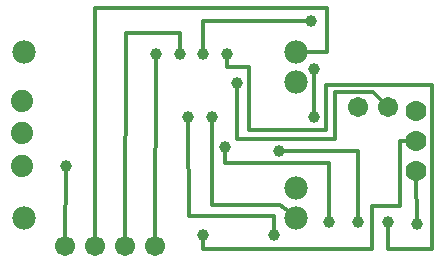
<source format=gbl>
G04 MADE WITH FRITZING*
G04 WWW.FRITZING.ORG*
G04 DOUBLE SIDED*
G04 HOLES PLATED*
G04 CONTOUR ON CENTER OF CONTOUR VECTOR*
%ASAXBY*%
%FSLAX23Y23*%
%MOIN*%
%OFA0B0*%
%SFA1.0B1.0*%
%ADD10C,0.039370*%
%ADD11C,0.078000*%
%ADD12C,0.067559*%
%ADD13C,0.069444*%
%ADD14C,0.074000*%
%ADD15C,0.012000*%
%LNCOPPER0*%
G90*
G70*
G54D10*
X199Y391D03*
X1026Y715D03*
X1026Y553D03*
G54D11*
X58Y218D03*
X58Y770D03*
X967Y218D03*
X967Y318D03*
X967Y670D03*
X967Y770D03*
X58Y218D03*
X58Y770D03*
X967Y218D03*
X967Y318D03*
X967Y670D03*
X967Y770D03*
G54D12*
X1273Y587D03*
X1173Y587D03*
G54D13*
X1365Y374D03*
X1365Y474D03*
X1365Y574D03*
X1365Y374D03*
X1365Y474D03*
X1365Y574D03*
G54D10*
X730Y454D03*
X1075Y203D03*
X686Y555D03*
X657Y764D03*
X499Y764D03*
X578Y764D03*
X1370Y198D03*
X893Y159D03*
X607Y553D03*
X735Y764D03*
X657Y159D03*
X1016Y873D03*
X908Y440D03*
X1173Y203D03*
X1272Y203D03*
G54D12*
X196Y125D03*
X296Y125D03*
X396Y125D03*
X496Y125D03*
G54D14*
X51Y606D03*
X51Y499D03*
X51Y392D03*
G54D10*
X770Y666D03*
G54D15*
X196Y144D02*
X199Y377D01*
D02*
X1026Y566D02*
X1026Y702D01*
D02*
X657Y778D02*
X656Y873D01*
D02*
X656Y873D02*
X1002Y873D01*
D02*
X1075Y400D02*
X1075Y217D01*
D02*
X730Y400D02*
X1075Y400D01*
D02*
X730Y441D02*
X730Y400D01*
D02*
X499Y751D02*
X496Y144D01*
D02*
X396Y144D02*
X400Y833D01*
D02*
X400Y833D02*
X578Y833D01*
D02*
X1065Y661D02*
X1420Y661D01*
D02*
X1065Y509D02*
X1065Y661D01*
D02*
X809Y509D02*
X1065Y509D01*
D02*
X809Y720D02*
X809Y509D01*
D02*
X735Y720D02*
X809Y720D01*
D02*
X735Y751D02*
X735Y720D01*
D02*
X1272Y115D02*
X1272Y190D01*
D02*
X1419Y114D02*
X1272Y115D01*
D02*
X1420Y661D02*
X1419Y114D01*
D02*
X921Y440D02*
X1173Y439D01*
D02*
X1366Y353D02*
X1370Y212D01*
D02*
X1070Y769D02*
X991Y770D01*
D02*
X297Y917D02*
X1070Y917D01*
D02*
X296Y144D02*
X297Y917D01*
D02*
X608Y223D02*
X893Y223D01*
D02*
X893Y223D02*
X893Y172D01*
D02*
X607Y539D02*
X608Y223D01*
D02*
X686Y262D02*
X686Y542D01*
D02*
X913Y262D02*
X686Y262D01*
D02*
X948Y234D02*
X913Y262D01*
D02*
X1311Y474D02*
X1344Y474D01*
D02*
X1218Y114D02*
X1218Y257D01*
D02*
X657Y115D02*
X1218Y114D01*
D02*
X1311Y257D02*
X1311Y474D01*
D02*
X1218Y257D02*
X1311Y257D01*
D02*
X657Y146D02*
X657Y115D01*
D02*
X1095Y637D02*
X1222Y637D01*
D02*
X1222Y637D02*
X1259Y601D01*
D02*
X770Y479D02*
X1094Y479D01*
D02*
X1094Y479D02*
X1095Y637D01*
D02*
X770Y653D02*
X770Y479D01*
D02*
X578Y833D02*
X578Y778D01*
D02*
X1070Y917D02*
X1070Y769D01*
D02*
X1173Y439D02*
X1173Y217D01*
G04 End of Copper0*
M02*
</source>
